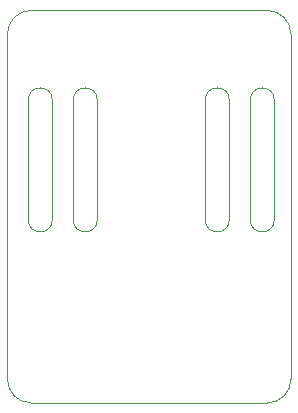
<source format=gbr>
%TF.GenerationSoftware,KiCad,Pcbnew,(5.1.9)-1*%
%TF.CreationDate,2022-05-31T00:32:49+01:00*%
%TF.ProjectId,board,626f6172-642e-46b6-9963-61645f706362,rev?*%
%TF.SameCoordinates,Original*%
%TF.FileFunction,Profile,NP*%
%FSLAX46Y46*%
G04 Gerber Fmt 4.6, Leading zero omitted, Abs format (unit mm)*
G04 Created by KiCad (PCBNEW (5.1.9)-1) date 2022-05-31 00:32:49*
%MOMM*%
%LPD*%
G01*
G04 APERTURE LIST*
%TA.AperFunction,Profile*%
%ADD10C,0.050000*%
%TD*%
G04 APERTURE END LIST*
D10*
X124596000Y-102376000D02*
X124600000Y-131604000D01*
X119380000Y-107950000D02*
G75*
G03*
X117348000Y-107950000I-1016000J0D01*
G01*
X117348000Y-107950000D02*
X117348000Y-118110000D01*
X119380000Y-118110000D02*
X119380000Y-107950000D01*
X117348000Y-118110000D02*
G75*
G03*
X119380000Y-118110000I1016000J0D01*
G01*
X121158000Y-118110000D02*
G75*
G03*
X123190000Y-118110000I1016000J0D01*
G01*
X123190000Y-107950000D02*
G75*
G03*
X121158000Y-107950000I-1016000J0D01*
G01*
X123190000Y-118110000D02*
X123190000Y-107950000D01*
X121158000Y-107950000D02*
X121158000Y-118110000D01*
X102362000Y-118110000D02*
G75*
G03*
X104394000Y-118110000I1016000J0D01*
G01*
X104394000Y-107950000D02*
G75*
G03*
X102362000Y-107950000I-1016000J0D01*
G01*
X104394000Y-118110000D02*
X104394000Y-107950000D01*
X102362000Y-107950000D02*
X102362000Y-118110000D01*
X108204000Y-118110000D02*
X108204000Y-107950000D01*
X106172000Y-107950000D02*
X106172000Y-118110000D01*
X106172000Y-118110000D02*
G75*
G03*
X108204000Y-118110000I1016000J0D01*
G01*
X108204000Y-107950000D02*
G75*
G03*
X106172000Y-107950000I-1016000J0D01*
G01*
X102596000Y-100376000D02*
X122596000Y-100376000D01*
X102596000Y-133604000D02*
X122600000Y-133604000D01*
X100596000Y-131604000D02*
X100596000Y-102376000D01*
X124600000Y-131604000D02*
G75*
G02*
X122600000Y-133604000I-2000000J0D01*
G01*
X122596000Y-100376000D02*
G75*
G02*
X124596000Y-102376000I0J-2000000D01*
G01*
X100596000Y-102376000D02*
G75*
G02*
X102596000Y-100376000I2000000J0D01*
G01*
X102596000Y-133604000D02*
G75*
G02*
X100596000Y-131604000I0J2000000D01*
G01*
M02*

</source>
